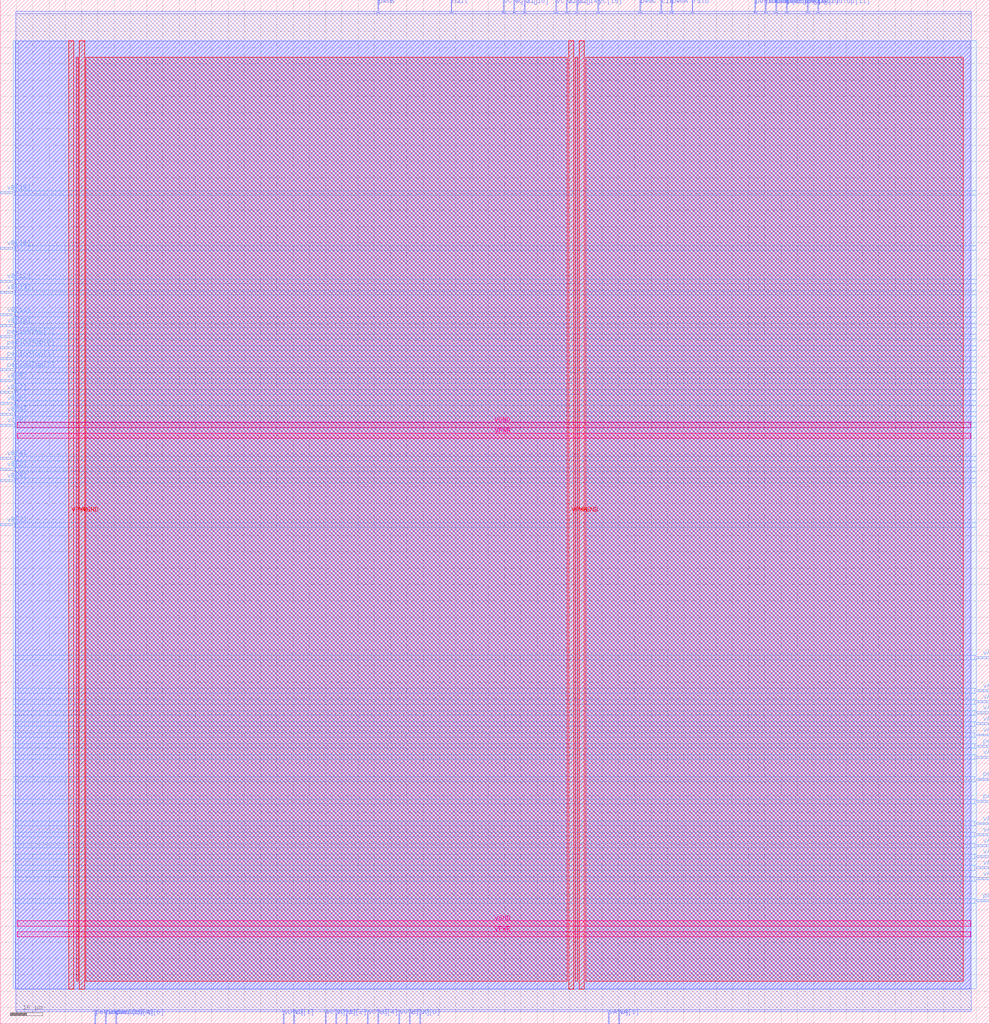
<source format=lef>
VERSION 5.7 ;
  NOWIREEXTENSIONATPIN ON ;
  DIVIDERCHAR "/" ;
  BUSBITCHARS "[]" ;
MACRO svm
  CLASS BLOCK ;
  FOREIGN svm ;
  ORIGIN 0.000 0.000 ;
  SIZE 303.940 BY 314.660 ;
  PIN VGND
    DIRECTION INOUT ;
    USE GROUND ;
    PORT
      LAYER met4 ;
        RECT 24.340 10.640 25.940 302.160 ;
    END
    PORT
      LAYER met4 ;
        RECT 177.940 10.640 179.540 302.160 ;
    END
    PORT
      LAYER met5 ;
        RECT 5.280 30.030 298.320 31.630 ;
    END
    PORT
      LAYER met5 ;
        RECT 5.280 183.210 298.320 184.810 ;
    END
  END VGND
  PIN VPWR
    DIRECTION INOUT ;
    USE POWER ;
    PORT
      LAYER met4 ;
        RECT 21.040 10.640 22.640 302.160 ;
    END
    PORT
      LAYER met4 ;
        RECT 174.640 10.640 176.240 302.160 ;
    END
    PORT
      LAYER met5 ;
        RECT 5.280 26.730 298.320 28.330 ;
    END
    PORT
      LAYER met5 ;
        RECT 5.280 179.910 298.320 181.510 ;
    END
  END VPWR
  PIN clk
    DIRECTION INPUT ;
    USE SIGNAL ;
    ANTENNAGATEAREA 0.852000 ;
    PORT
      LAYER met2 ;
        RECT 202.950 310.660 203.230 314.660 ;
    END
  END clk
  PIN halt
    DIRECTION OUTPUT ;
    USE SIGNAL ;
    ANTENNADIFFAREA 0.795200 ;
    PORT
      LAYER met2 ;
        RECT 138.550 310.660 138.830 314.660 ;
    END
  END halt
  PIN periodTop[0]
    DIRECTION INPUT ;
    USE SIGNAL ;
    ANTENNAGATEAREA 0.196500 ;
    PORT
      LAYER met3 ;
        RECT 0.000 207.440 4.000 208.040 ;
    END
  END periodTop[0]
  PIN periodTop[10]
    DIRECTION INPUT ;
    USE SIGNAL ;
    ANTENNAGATEAREA 0.495000 ;
    PORT
      LAYER met3 ;
        RECT 299.940 85.040 303.940 85.640 ;
    END
  END periodTop[10]
  PIN periodTop[11]
    DIRECTION INPUT ;
    USE SIGNAL ;
    ANTENNAGATEAREA 0.196500 ;
    PORT
      LAYER met2 ;
        RECT 251.250 310.660 251.530 314.660 ;
    END
  END periodTop[11]
  PIN periodTop[12]
    DIRECTION INPUT ;
    USE SIGNAL ;
    ANTENNAGATEAREA 0.213000 ;
    PORT
      LAYER met2 ;
        RECT 241.590 310.660 241.870 314.660 ;
    END
  END periodTop[12]
  PIN periodTop[13]
    DIRECTION INPUT ;
    USE SIGNAL ;
    ANTENNAGATEAREA 0.213000 ;
    PORT
      LAYER met2 ;
        RECT 238.370 310.660 238.650 314.660 ;
    END
  END periodTop[13]
  PIN periodTop[14]
    DIRECTION INPUT ;
    USE SIGNAL ;
    ANTENNAGATEAREA 0.196500 ;
    PORT
      LAYER met2 ;
        RECT 235.150 310.660 235.430 314.660 ;
    END
  END periodTop[14]
  PIN periodTop[15]
    DIRECTION INPUT ;
    USE SIGNAL ;
    ANTENNAGATEAREA 0.213000 ;
    PORT
      LAYER met2 ;
        RECT 231.930 310.660 232.210 314.660 ;
    END
  END periodTop[15]
  PIN periodTop[1]
    DIRECTION INPUT ;
    USE SIGNAL ;
    ANTENNAGATEAREA 0.196500 ;
    PORT
      LAYER met3 ;
        RECT 0.000 204.040 4.000 204.640 ;
    END
  END periodTop[1]
  PIN periodTop[2]
    DIRECTION INPUT ;
    USE SIGNAL ;
    ANTENNAGATEAREA 0.213000 ;
    PORT
      LAYER met3 ;
        RECT 0.000 200.640 4.000 201.240 ;
    END
  END periodTop[2]
  PIN periodTop[3]
    DIRECTION INPUT ;
    USE SIGNAL ;
    ANTENNAGATEAREA 0.213000 ;
    PORT
      LAYER met3 ;
        RECT 0.000 210.840 4.000 211.440 ;
    END
  END periodTop[3]
  PIN periodTop[4]
    DIRECTION INPUT ;
    USE SIGNAL ;
    ANTENNAGATEAREA 0.196500 ;
    PORT
      LAYER met2 ;
        RECT 32.290 0.000 32.570 4.000 ;
    END
  END periodTop[4]
  PIN periodTop[5]
    DIRECTION INPUT ;
    USE SIGNAL ;
    ANTENNAGATEAREA 0.213000 ;
    PORT
      LAYER met2 ;
        RECT 29.070 0.000 29.350 4.000 ;
    END
  END periodTop[5]
  PIN periodTop[6]
    DIRECTION INPUT ;
    USE SIGNAL ;
    ANTENNAGATEAREA 0.196500 ;
    PORT
      LAYER met2 ;
        RECT 35.510 0.000 35.790 4.000 ;
    END
  END periodTop[6]
  PIN periodTop[7]
    DIRECTION INPUT ;
    USE SIGNAL ;
    ANTENNAGATEAREA 0.213000 ;
    PORT
      LAYER met3 ;
        RECT 299.940 37.440 303.940 38.040 ;
    END
  END periodTop[7]
  PIN periodTop[8]
    DIRECTION INPUT ;
    USE SIGNAL ;
    ANTENNAGATEAREA 0.159000 ;
    PORT
      LAYER met3 ;
        RECT 299.940 68.040 303.940 68.640 ;
    END
  END periodTop[8]
  PIN periodTop[9]
    DIRECTION INPUT ;
    USE SIGNAL ;
    ANTENNAGATEAREA 0.213000 ;
    PORT
      LAYER met3 ;
        RECT 299.940 74.840 303.940 75.440 ;
    END
  END periodTop[9]
  PIN pwmA
    DIRECTION OUTPUT ;
    USE SIGNAL ;
    ANTENNADIFFAREA 0.891000 ;
    PORT
      LAYER met2 ;
        RECT 206.170 310.660 206.450 314.660 ;
    END
  END pwmA
  PIN pwmB
    DIRECTION OUTPUT ;
    USE SIGNAL ;
    ANTENNADIFFAREA 1.336500 ;
    PORT
      LAYER met2 ;
        RECT 116.010 310.660 116.290 314.660 ;
    END
  END pwmB
  PIN pwmC
    DIRECTION OUTPUT ;
    USE SIGNAL ;
    ANTENNADIFFAREA 0.795200 ;
    PORT
      LAYER met2 ;
        RECT 196.510 310.660 196.790 314.660 ;
    END
  END pwmC
  PIN rstb
    DIRECTION INPUT ;
    USE SIGNAL ;
    ANTENNAGATEAREA 0.196500 ;
    PORT
      LAYER met2 ;
        RECT 212.610 310.660 212.890 314.660 ;
    END
  END rstb
  PIN vA[0]
    DIRECTION INPUT ;
    USE SIGNAL ;
    ANTENNAGATEAREA 0.213000 ;
    PORT
      LAYER met2 ;
        RECT 186.850 0.000 187.130 4.000 ;
    END
  END vA[0]
  PIN vA[10]
    DIRECTION INPUT ;
    USE SIGNAL ;
    ANTENNAGATEAREA 0.196500 ;
    PORT
      LAYER met3 ;
        RECT 299.940 81.640 303.940 82.240 ;
    END
  END vA[10]
  PIN vA[11]
    DIRECTION INPUT ;
    USE SIGNAL ;
    ANTENNAGATEAREA 0.213000 ;
    PORT
      LAYER met3 ;
        RECT 299.940 98.640 303.940 99.240 ;
    END
  END vA[11]
  PIN vA[12]
    DIRECTION INPUT ;
    USE SIGNAL ;
    ANTENNAGATEAREA 0.213000 ;
    PORT
      LAYER met3 ;
        RECT 299.940 91.840 303.940 92.440 ;
    END
  END vA[12]
  PIN vA[13]
    DIRECTION INPUT ;
    USE SIGNAL ;
    ANTENNAGATEAREA 0.213000 ;
    PORT
      LAYER met3 ;
        RECT 299.940 102.040 303.940 102.640 ;
    END
  END vA[13]
  PIN vA[14]
    DIRECTION INPUT ;
    USE SIGNAL ;
    ANTENNAGATEAREA 0.213000 ;
    PORT
      LAYER met2 ;
        RECT 248.030 310.660 248.310 314.660 ;
    END
  END vA[14]
  PIN vA[15]
    DIRECTION INPUT ;
    USE SIGNAL ;
    ANTENNAGATEAREA 0.196500 ;
    PORT
      LAYER met3 ;
        RECT 299.940 112.240 303.940 112.840 ;
    END
  END vA[15]
  PIN vA[1]
    DIRECTION INPUT ;
    USE SIGNAL ;
    ANTENNAGATEAREA 0.196500 ;
    PORT
      LAYER met2 ;
        RECT 190.070 0.000 190.350 4.000 ;
    END
  END vA[1]
  PIN vA[2]
    DIRECTION INPUT ;
    USE SIGNAL ;
    ANTENNAGATEAREA 0.159000 ;
    PORT
      LAYER met3 ;
        RECT 299.940 54.440 303.940 55.040 ;
    END
  END vA[2]
  PIN vA[3]
    DIRECTION INPUT ;
    USE SIGNAL ;
    ANTENNAGATEAREA 0.213000 ;
    PORT
      LAYER met3 ;
        RECT 299.940 51.040 303.940 51.640 ;
    END
  END vA[3]
  PIN vA[4]
    DIRECTION INPUT ;
    USE SIGNAL ;
    ANTENNAGATEAREA 0.196500 ;
    PORT
      LAYER met3 ;
        RECT 299.940 44.240 303.940 44.840 ;
    END
  END vA[4]
  PIN vA[5]
    DIRECTION INPUT ;
    USE SIGNAL ;
    ANTENNAGATEAREA 0.213000 ;
    PORT
      LAYER met3 ;
        RECT 299.940 95.240 303.940 95.840 ;
    END
  END vA[5]
  PIN vA[6]
    DIRECTION INPUT ;
    USE SIGNAL ;
    ANTENNAGATEAREA 0.196500 ;
    PORT
      LAYER met3 ;
        RECT 299.940 47.640 303.940 48.240 ;
    END
  END vA[6]
  PIN vA[7]
    DIRECTION INPUT ;
    USE SIGNAL ;
    ANTENNAGATEAREA 0.213000 ;
    PORT
      LAYER met3 ;
        RECT 299.940 57.840 303.940 58.440 ;
    END
  END vA[7]
  PIN vA[8]
    DIRECTION INPUT ;
    USE SIGNAL ;
    ANTENNAGATEAREA 0.213000 ;
    PORT
      LAYER met3 ;
        RECT 299.940 61.240 303.940 61.840 ;
    END
  END vA[8]
  PIN vA[9]
    DIRECTION INPUT ;
    USE SIGNAL ;
    ANTENNAGATEAREA 0.213000 ;
    PORT
      LAYER met3 ;
        RECT 299.940 88.440 303.940 89.040 ;
    END
  END vA[9]
  PIN vB[0]
    DIRECTION INPUT ;
    USE SIGNAL ;
    ANTENNAGATEAREA 0.196500 ;
    PORT
      LAYER met2 ;
        RECT 87.030 0.000 87.310 4.000 ;
    END
  END vB[0]
  PIN vB[10]
    DIRECTION INPUT ;
    USE SIGNAL ;
    ANTENNAGATEAREA 0.196500 ;
    PORT
      LAYER met3 ;
        RECT 0.000 214.240 4.000 214.840 ;
    END
  END vB[10]
  PIN vB[11]
    DIRECTION INPUT ;
    USE SIGNAL ;
    ANTENNAGATEAREA 0.196500 ;
    PORT
      LAYER met3 ;
        RECT 0.000 217.640 4.000 218.240 ;
    END
  END vB[11]
  PIN vB[12]
    DIRECTION INPUT ;
    USE SIGNAL ;
    ANTENNAGATEAREA 0.196500 ;
    PORT
      LAYER met3 ;
        RECT 0.000 227.840 4.000 228.440 ;
    END
  END vB[12]
  PIN vB[13]
    DIRECTION INPUT ;
    USE SIGNAL ;
    ANTENNAGATEAREA 0.196500 ;
    PORT
      LAYER met3 ;
        RECT 0.000 224.440 4.000 225.040 ;
    END
  END vB[13]
  PIN vB[14]
    DIRECTION INPUT ;
    USE SIGNAL ;
    ANTENNAGATEAREA 0.247500 ;
    PORT
      LAYER met3 ;
        RECT 0.000 238.040 4.000 238.640 ;
    END
  END vB[14]
  PIN vB[15]
    DIRECTION INPUT ;
    USE SIGNAL ;
    ANTENNAGATEAREA 0.213000 ;
    PORT
      LAYER met3 ;
        RECT 0.000 255.040 4.000 255.640 ;
    END
  END vB[15]
  PIN vB[1]
    DIRECTION INPUT ;
    USE SIGNAL ;
    ANTENNAGATEAREA 0.196500 ;
    PORT
      LAYER met2 ;
        RECT 90.250 0.000 90.530 4.000 ;
    END
  END vB[1]
  PIN vB[2]
    DIRECTION INPUT ;
    USE SIGNAL ;
    ANTENNAGATEAREA 0.213000 ;
    PORT
      LAYER met3 ;
        RECT 0.000 153.040 4.000 153.640 ;
    END
  END vB[2]
  PIN vB[3]
    DIRECTION INPUT ;
    USE SIGNAL ;
    ANTENNAGATEAREA 0.196500 ;
    PORT
      LAYER met3 ;
        RECT 0.000 170.040 4.000 170.640 ;
    END
  END vB[3]
  PIN vB[4]
    DIRECTION INPUT ;
    USE SIGNAL ;
    ANTENNAGATEAREA 0.196500 ;
    PORT
      LAYER met3 ;
        RECT 0.000 173.440 4.000 174.040 ;
    END
  END vB[4]
  PIN vB[5]
    DIRECTION INPUT ;
    USE SIGNAL ;
    ANTENNAGATEAREA 0.213000 ;
    PORT
      LAYER met3 ;
        RECT 0.000 166.640 4.000 167.240 ;
    END
  END vB[5]
  PIN vB[6]
    DIRECTION INPUT ;
    USE SIGNAL ;
    ANTENNAGATEAREA 0.213000 ;
    PORT
      LAYER met3 ;
        RECT 0.000 197.240 4.000 197.840 ;
    END
  END vB[6]
  PIN vB[7]
    DIRECTION INPUT ;
    USE SIGNAL ;
    ANTENNAGATEAREA 0.196500 ;
    PORT
      LAYER met3 ;
        RECT 0.000 193.840 4.000 194.440 ;
    END
  END vB[7]
  PIN vB[8]
    DIRECTION INPUT ;
    USE SIGNAL ;
    ANTENNAGATEAREA 0.126000 ;
    PORT
      LAYER met3 ;
        RECT 0.000 190.440 4.000 191.040 ;
    END
  END vB[8]
  PIN vB[9]
    DIRECTION INPUT ;
    USE SIGNAL ;
    ANTENNAGATEAREA 0.196500 ;
    PORT
      LAYER met3 ;
        RECT 0.000 187.040 4.000 187.640 ;
    END
  END vB[9]
  PIN vC[0]
    DIRECTION INPUT ;
    USE SIGNAL ;
    ANTENNAGATEAREA 0.213000 ;
    PORT
      LAYER met2 ;
        RECT 99.910 0.000 100.190 4.000 ;
    END
  END vC[0]
  PIN vC[10]
    DIRECTION INPUT ;
    USE SIGNAL ;
    ANTENNAGATEAREA 0.196500 ;
    PORT
      LAYER met2 ;
        RECT 161.090 310.660 161.370 314.660 ;
    END
  END vC[10]
  PIN vC[11]
    DIRECTION INPUT ;
    USE SIGNAL ;
    ANTENNAGATEAREA 0.196500 ;
    PORT
      LAYER met2 ;
        RECT 157.870 310.660 158.150 314.660 ;
    END
  END vC[11]
  PIN vC[12]
    DIRECTION INPUT ;
    USE SIGNAL ;
    ANTENNAGATEAREA 0.196500 ;
    PORT
      LAYER met2 ;
        RECT 173.970 310.660 174.250 314.660 ;
    END
  END vC[12]
  PIN vC[13]
    DIRECTION INPUT ;
    USE SIGNAL ;
    ANTENNAGATEAREA 0.196500 ;
    PORT
      LAYER met2 ;
        RECT 170.750 310.660 171.030 314.660 ;
    END
  END vC[13]
  PIN vC[14]
    DIRECTION INPUT ;
    USE SIGNAL ;
    ANTENNAGATEAREA 0.213000 ;
    PORT
      LAYER met2 ;
        RECT 177.190 310.660 177.470 314.660 ;
    END
  END vC[14]
  PIN vC[15]
    DIRECTION INPUT ;
    USE SIGNAL ;
    ANTENNAGATEAREA 0.196500 ;
    PORT
      LAYER met2 ;
        RECT 183.630 310.660 183.910 314.660 ;
    END
  END vC[15]
  PIN vC[1]
    DIRECTION INPUT ;
    USE SIGNAL ;
    ANTENNAGATEAREA 0.196500 ;
    PORT
      LAYER met2 ;
        RECT 103.130 0.000 103.410 4.000 ;
    END
  END vC[1]
  PIN vC[2]
    DIRECTION INPUT ;
    USE SIGNAL ;
    ANTENNAGATEAREA 0.213000 ;
    PORT
      LAYER met2 ;
        RECT 106.350 0.000 106.630 4.000 ;
    END
  END vC[2]
  PIN vC[3]
    DIRECTION INPUT ;
    USE SIGNAL ;
    ANTENNAGATEAREA 0.196500 ;
    PORT
      LAYER met2 ;
        RECT 112.790 0.000 113.070 4.000 ;
    END
  END vC[3]
  PIN vC[4]
    DIRECTION INPUT ;
    USE SIGNAL ;
    ANTENNAGATEAREA 0.196500 ;
    PORT
      LAYER met2 ;
        RECT 116.010 0.000 116.290 4.000 ;
    END
  END vC[4]
  PIN vC[5]
    DIRECTION INPUT ;
    USE SIGNAL ;
    ANTENNAGATEAREA 0.213000 ;
    PORT
      LAYER met3 ;
        RECT 0.000 183.640 4.000 184.240 ;
    END
  END vC[5]
  PIN vC[6]
    DIRECTION INPUT ;
    USE SIGNAL ;
    ANTENNAGATEAREA 0.196500 ;
    PORT
      LAYER met2 ;
        RECT 122.450 0.000 122.730 4.000 ;
    END
  END vC[6]
  PIN vC[7]
    DIRECTION INPUT ;
    USE SIGNAL ;
    ANTENNAGATEAREA 0.159000 ;
    PORT
      LAYER met2 ;
        RECT 125.670 0.000 125.950 4.000 ;
    END
  END vC[7]
  PIN vC[8]
    DIRECTION INPUT ;
    USE SIGNAL ;
    ANTENNAGATEAREA 0.159000 ;
    PORT
      LAYER met2 ;
        RECT 128.890 0.000 129.170 4.000 ;
    END
  END vC[8]
  PIN vC[9]
    DIRECTION INPUT ;
    USE SIGNAL ;
    ANTENNAGATEAREA 0.196500 ;
    PORT
      LAYER met2 ;
        RECT 154.650 310.660 154.930 314.660 ;
    END
  END vC[9]
  OBS
      LAYER li1 ;
        RECT 5.520 10.795 298.080 302.005 ;
      LAYER met1 ;
        RECT 4.670 10.640 298.470 302.160 ;
      LAYER met2 ;
        RECT 4.690 310.380 115.730 311.170 ;
        RECT 116.570 310.380 138.270 311.170 ;
        RECT 139.110 310.380 154.370 311.170 ;
        RECT 155.210 310.380 157.590 311.170 ;
        RECT 158.430 310.380 160.810 311.170 ;
        RECT 161.650 310.380 170.470 311.170 ;
        RECT 171.310 310.380 173.690 311.170 ;
        RECT 174.530 310.380 176.910 311.170 ;
        RECT 177.750 310.380 183.350 311.170 ;
        RECT 184.190 310.380 196.230 311.170 ;
        RECT 197.070 310.380 202.670 311.170 ;
        RECT 203.510 310.380 205.890 311.170 ;
        RECT 206.730 310.380 212.330 311.170 ;
        RECT 213.170 310.380 231.650 311.170 ;
        RECT 232.490 310.380 234.870 311.170 ;
        RECT 235.710 310.380 238.090 311.170 ;
        RECT 238.930 310.380 241.310 311.170 ;
        RECT 242.150 310.380 247.750 311.170 ;
        RECT 248.590 310.380 250.970 311.170 ;
        RECT 251.810 310.380 298.450 311.170 ;
        RECT 4.690 4.280 298.450 310.380 ;
        RECT 4.690 3.670 28.790 4.280 ;
        RECT 29.630 3.670 32.010 4.280 ;
        RECT 32.850 3.670 35.230 4.280 ;
        RECT 36.070 3.670 86.750 4.280 ;
        RECT 87.590 3.670 89.970 4.280 ;
        RECT 90.810 3.670 99.630 4.280 ;
        RECT 100.470 3.670 102.850 4.280 ;
        RECT 103.690 3.670 106.070 4.280 ;
        RECT 106.910 3.670 112.510 4.280 ;
        RECT 113.350 3.670 115.730 4.280 ;
        RECT 116.570 3.670 122.170 4.280 ;
        RECT 123.010 3.670 125.390 4.280 ;
        RECT 126.230 3.670 128.610 4.280 ;
        RECT 129.450 3.670 186.570 4.280 ;
        RECT 187.410 3.670 189.790 4.280 ;
        RECT 190.630 3.670 298.450 4.280 ;
      LAYER met3 ;
        RECT 4.000 256.040 299.940 302.085 ;
        RECT 4.400 254.640 299.940 256.040 ;
        RECT 4.000 239.040 299.940 254.640 ;
        RECT 4.400 237.640 299.940 239.040 ;
        RECT 4.000 228.840 299.940 237.640 ;
        RECT 4.400 227.440 299.940 228.840 ;
        RECT 4.000 225.440 299.940 227.440 ;
        RECT 4.400 224.040 299.940 225.440 ;
        RECT 4.000 218.640 299.940 224.040 ;
        RECT 4.400 217.240 299.940 218.640 ;
        RECT 4.000 215.240 299.940 217.240 ;
        RECT 4.400 213.840 299.940 215.240 ;
        RECT 4.000 211.840 299.940 213.840 ;
        RECT 4.400 210.440 299.940 211.840 ;
        RECT 4.000 208.440 299.940 210.440 ;
        RECT 4.400 207.040 299.940 208.440 ;
        RECT 4.000 205.040 299.940 207.040 ;
        RECT 4.400 203.640 299.940 205.040 ;
        RECT 4.000 201.640 299.940 203.640 ;
        RECT 4.400 200.240 299.940 201.640 ;
        RECT 4.000 198.240 299.940 200.240 ;
        RECT 4.400 196.840 299.940 198.240 ;
        RECT 4.000 194.840 299.940 196.840 ;
        RECT 4.400 193.440 299.940 194.840 ;
        RECT 4.000 191.440 299.940 193.440 ;
        RECT 4.400 190.040 299.940 191.440 ;
        RECT 4.000 188.040 299.940 190.040 ;
        RECT 4.400 186.640 299.940 188.040 ;
        RECT 4.000 184.640 299.940 186.640 ;
        RECT 4.400 183.240 299.940 184.640 ;
        RECT 4.000 174.440 299.940 183.240 ;
        RECT 4.400 173.040 299.940 174.440 ;
        RECT 4.000 171.040 299.940 173.040 ;
        RECT 4.400 169.640 299.940 171.040 ;
        RECT 4.000 167.640 299.940 169.640 ;
        RECT 4.400 166.240 299.940 167.640 ;
        RECT 4.000 154.040 299.940 166.240 ;
        RECT 4.400 152.640 299.940 154.040 ;
        RECT 4.000 113.240 299.940 152.640 ;
        RECT 4.000 111.840 299.540 113.240 ;
        RECT 4.000 103.040 299.940 111.840 ;
        RECT 4.000 101.640 299.540 103.040 ;
        RECT 4.000 99.640 299.940 101.640 ;
        RECT 4.000 98.240 299.540 99.640 ;
        RECT 4.000 96.240 299.940 98.240 ;
        RECT 4.000 94.840 299.540 96.240 ;
        RECT 4.000 92.840 299.940 94.840 ;
        RECT 4.000 91.440 299.540 92.840 ;
        RECT 4.000 89.440 299.940 91.440 ;
        RECT 4.000 88.040 299.540 89.440 ;
        RECT 4.000 86.040 299.940 88.040 ;
        RECT 4.000 84.640 299.540 86.040 ;
        RECT 4.000 82.640 299.940 84.640 ;
        RECT 4.000 81.240 299.540 82.640 ;
        RECT 4.000 75.840 299.940 81.240 ;
        RECT 4.000 74.440 299.540 75.840 ;
        RECT 4.000 69.040 299.940 74.440 ;
        RECT 4.000 67.640 299.540 69.040 ;
        RECT 4.000 62.240 299.940 67.640 ;
        RECT 4.000 60.840 299.540 62.240 ;
        RECT 4.000 58.840 299.940 60.840 ;
        RECT 4.000 57.440 299.540 58.840 ;
        RECT 4.000 55.440 299.940 57.440 ;
        RECT 4.000 54.040 299.540 55.440 ;
        RECT 4.000 52.040 299.940 54.040 ;
        RECT 4.000 50.640 299.540 52.040 ;
        RECT 4.000 48.640 299.940 50.640 ;
        RECT 4.000 47.240 299.540 48.640 ;
        RECT 4.000 45.240 299.940 47.240 ;
        RECT 4.000 43.840 299.540 45.240 ;
        RECT 4.000 38.440 299.940 43.840 ;
        RECT 4.000 37.040 299.540 38.440 ;
        RECT 4.000 10.715 299.940 37.040 ;
      LAYER met4 ;
        RECT 23.295 13.095 23.940 296.985 ;
        RECT 26.340 13.095 174.240 296.985 ;
        RECT 176.640 13.095 177.540 296.985 ;
        RECT 179.940 13.095 295.945 296.985 ;
  END
END svm
END LIBRARY


</source>
